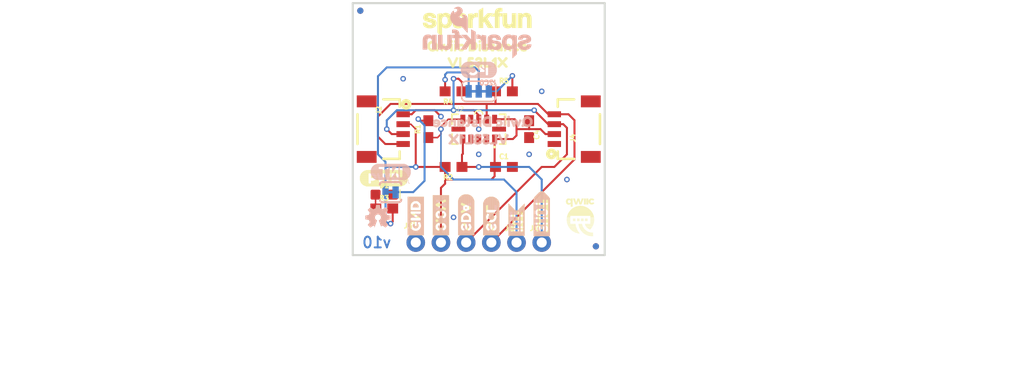
<source format=kicad_pcb>
(kicad_pcb (version 20211014) (generator pcbnew)
  (layers (0 "F.Cu" signal) (31 "B.Cu" signal) (34 "B.Paste" user) (35 "F.Paste" user) (36 "B.SilkS" user "B.Silkscreen") (37 "F.SilkS" user "F.Silkscreen") (38 "B.Mask" user) (39 "F.Mask" user) (44 "Edge.Cuts" user))
  (net 0 "")
  (net 1 "3.3V")
  (net 2 "GND")
  (net 3 "SCL")
  (net 4 "SDA")
  (net 5 "~{INT}")
  (net 6 "N$1")
  (net 7 "N$2")
  (net 8 "~{SHUT}")
  (net 9 "N$4")
  (net 10 "N$3")
  (footprint "boardEagle:#SHUT15" (layer "F.Cu") (at 154.8511 116.4336 90)
    (fp_text reference "U$8" hide)
    (fp_text value "" hide)
  )
  (footprint "boardEagle:SCL9" (layer "F.Cu") (at 149.7711 116.1796 90)
    (fp_text reference "U$26" hide)
    (fp_text value "" hide)
  )
  (footprint "boardEagle:1X01_NO_SILK" (layer "F.Cu") (at 152.3111 116.4336)
    (fp_text reference "J5" (at -1.27 -1.143) (layer "F.SilkS") (effects (font (size 0.48768 0.48768) (thickness 0.12192)) (justify left bottom)))
    (fp_text value "")
    (pad "1" thru_hole circle (at 0 0 90) (size 1.8796 1.8796) (drill 1.016) (layers *.Cu *.Mask) (net 5 "~{INT}"))
  )
  (footprint "boardEagle:3#3V2" (layer "F.Cu") (at 144.6911 116.1796 90)
    (fp_text reference "U$21" hide)
    (fp_text value "" hide)
  )
  (footprint "boardEagle:LED-0603" (layer "F.Cu") (at 138.9761 111.6076)
    (fp_text reference "D1" (at 0 -0.635) (layer "F.SilkS") (effects (font (size 0.48768 0.48768) (thickness 0.12192)) (justify bottom)))
    (fp_text value "RED")
    (pad "A" smd roundrect (at -0.877 0 270) (size 1 1) (layers "F.Cu" "F.Paste" "F.Mask") (roundrect_rratio 0.15) (net 10 "N$3"))
    (pad "C" smd roundrect (at 0.877 0 270) (size 1 1) (layers "F.Cu" "F.Paste" "F.Mask") (roundrect_rratio 0.15) (net 2 "GND"))
  )
  (footprint "boardEagle:0603" (layer "F.Cu") (at 143.4211 105.0036 90)
    (fp_text reference "R1" (at 0 -0.762 90) (layer "F.SilkS") (effects (font (size 0.48768 0.48768) (thickness 0.12192)) (justify bottom)))
    (fp_text value "10k")
    (pad "1" smd rect (at -0.85 0 90) (size 1.1 1) (layers "F.Cu" "F.Paste" "F.Mask") (net 5 "~{INT}"))
    (pad "2" smd rect (at 0.85 0 90) (size 1.1 1) (layers "F.Cu" "F.Paste" "F.Mask") (net 9 "N$4"))
  )
  (footprint "boardEagle:REVISION" (layer "F.Cu") (at 131.9911 129.1336)
    (fp_text reference "LOGO2" hide)
    (fp_text value "REVISION" hide)
  )
  (footprint "boardEagle:QWIIC-LOGO-SMALL" (layer "F.Cu") (at 158.6611 113.8936)
    (fp_text reference "U$13" hide)
    (fp_text value "" hide)
  )
  (footprint "boardEagle:SFE_LOGO_NAME_.1" (layer "F.Cu") (at 142.4051 96.1136)
    (fp_text reference "U$1" hide)
    (fp_text value "SFE_LOGO_NAME.1_INCH" hide)
  )
  (footprint "boardEagle:MICRO-FIDUCIAL" (layer "F.Cu") (at 136.5631 93.0656)
    (fp_text reference "JP6" hide)
    (fp_text value "FIDUCIALUFIDUCIAL" hide)
    (pad "1" smd roundrect (at 0 0) (size 0.635 0.635) (layers "F.Cu" "F.Mask") (roundrect_rratio 0.5))
  )
  (footprint "boardEagle:QWIIC_DISTANCE0" (layer "F.Cu") (at 142.4051 96.6216)
    (fp_text reference "U$19" hide)
    (fp_text value "" hide)
  )
  (footprint "boardEagle:INT#-[_" (layer "F.Cu") (at 152.3111 116.4336 90)
    (fp_text reference "U$7" hide)
    (fp_text value "" hide)
  )
  (footprint "boardEagle:SDA8" (layer "F.Cu") (at 147.2311 116.1796 90)
    (fp_text reference "U$27" hide)
    (fp_text value "" hide)
  )
  (footprint "boardEagle:VL53L1X" (layer "F.Cu") (at 148.5011 105.0036)
    (fp_text reference "U2" (at -2.45 -1.75) (layer "F.SilkS") (effects (font (size 0.46736 0.46736) (thickness 0.04064)) (justify left bottom)))
    (fp_text value "VL53L1X")
    (fp_poly (pts (xy 1.35 0.8) (xy 1.93 0.8) (xy 1.93 0.55) (xy 1.35 0.55)) (layer "F.Cu") (width 0) (fill solid))
    (pad "1" smd rect (at 1.6 1 90) (size 0.9 0.5) (layers "F.Cu" "F.Mask") (net 1 "3.3V"))
    (pad "2" smd rect (at 0.8 1 90) (size 0.9 0.5) (layers "F.Cu" "F.Mask") (net 2 "GND"))
    (pad "3" smd rect (at 0 1 90) (size 0.9 0.5) (layers "F.Cu" "F.Mask") (net 2 "GND"))
    (pad "4" smd rect (at -0.8 1 90) (size 0.9 0.5) (layers "F.Cu" "F.Mask") (net 2 "GND"))
    (pad "5" smd rect (at -1.6 1 90) (size 0.9 0.5) (layers "F.Cu" "F.Mask") (net 8 "~{SHUT}"))
    (pad "6" smd rect (at -2.05 0 180) (size 1.4 0.5) (layers "F.Cu" "F.Mask") (net 2 "GND"))
    (pad "7" smd rect (at -1.6 -1 270) (size 0.9 0.5) (layers "F.Cu" "F.Mask") (net 5 "~{INT}"))
    (pad "8" smd rect (at -0.8 -1 270) (size 0.9 0.5) (layers "F.Cu" "F.Mask"))
    (pad "9" smd rect (at 0 -1 270) (size 0.9 0.5) (layers "F.Cu" "F.Mask") (net 4 "SDA"))
    (pad "10" smd rect (at 0.8 -1 270) (size 0.9 0.5) (layers "F.Cu" "F.Mask") (net 3 "SCL"))
    (pad "11" smd rect (at 1.6 -1 270) (size 0.9 0.5) (layers "F.Cu" "F.Mask") (net 1 "3.3V"))
    (pad "12" smd rect (at 2.05 0) (size 1.4 0.5) (layers "F.Cu" "F.Mask") (net 2 "GND"))
  )
  (footprint "boardEagle:1X04_1MM_RA" (layer "F.Cu") (at 156.1211 105.0036 90)
    (fp_text reference "J4" (at -1.397 2.159 90) (layer "F.SilkS") (effects (font (size 0.48768 0.48768) (thickness 0.12192)) (justify left bottom)))
    (fp_text value "")
    (pad "1" smd rect (at -1.5 0 90) (size 0.6 1.35) (layers "F.Cu" "F.Paste" "F.Mask") (net 2 "GND"))
    (pad "2" smd rect (at -0.5 0 90) (size 0.6 1.35) (layers "F.Cu" "F.Paste" "F.Mask") (net 1 "3.3V"))
    (pad "3" smd rect (at 0.5 0 90) (size 0.6 1.35) (layers "F.Cu" "F.Paste" "F.Mask") (net 4 "SDA"))
    (pad "4" smd rect (at 1.5 0 90) (size 0.6 1.35) (layers "F.Cu" "F.Paste" "F.Mask") (net 3 "SCL"))
    (pad "NC1" smd rect (at 2.8 3.675 90) (size 1.2 2) (layers "F.Cu" "F.Paste" "F.Mask"))
    (pad "NC2" smd rect (at -2.8 3.675 90) (size 1.2 2) (layers "F.Cu" "F.Paste" "F.Mask"))
  )
  (footprint "boardEagle:STAND-OFF" (layer "F.Cu") (at 138.3411 94.8436)
    (fp_text reference "JP3" hide)
    (fp_text value "STAND-OFF" hide)
    (pad "" np_thru_hole circle (at 0 0) (size 3.302 3.302) (drill 3.302) (layers *.Cu *.Mask))
  )
  (footprint "boardEagle:0603" (layer "F.Cu") (at 138.9761 113.0046)
    (fp_text reference "R3" (at 0 -0.762) (layer "F.SilkS") (effects (font (size 0.48768 0.48768) (thickness 0.12192)) (justify bottom)))
    (fp_text value "1k")
    (pad "1" smd rect (at -0.85 0) (size 1.1 1) (layers "F.Cu" "F.Paste" "F.Mask") (net 10 "N$3"))
    (pad "2" smd rect (at 0.85 0) (size 1.1 1) (layers "F.Cu" "F.Paste" "F.Mask") (net 1 "3.3V"))
  )
  (footprint "boardEagle:0603" (layer "F.Cu") (at 145.9611 101.1936 180)
    (fp_text reference "R4" (at 0 -0.762 180) (layer "F.SilkS") (effects (font (size 0.48768 0.48768) (thickness 0.12192)) (justify right top)))
    (fp_text value "2.2k")
    (pad "1" smd rect (at -0.85 0 180) (size 1.1 1) (layers "F.Cu" "F.Paste" "F.Mask") (net 4 "SDA"))
    (pad "2" smd rect (at 0.85 0 180) (size 1.1 1) (layers "F.Cu" "F.Paste" "F.Mask") (net 7 "N$2"))
  )
  (footprint "boardEagle:VL53L1X1" (layer "F.Cu") (at 144.4371 98.2726)
    (fp_text reference "U$20" hide)
    (fp_text value "" hide)
  )
  (footprint "boardEagle:(PWR)" (layer "F.Cu") (at 136.4361 109.9566)
    (fp_text reference "U$10" hide)
    (fp_text value "" hide)
  )
  (footprint "boardEagle:0603" (layer "F.Cu") (at 153.5811 105.0036 -90)
    (fp_text reference "C4" (at 0 -0.762 90) (layer "F.SilkS") (effects (font (size 0.512064 0.512064) (thickness 0.097536)) (justify right)))
    (fp_text value "0.1uF")
    (pad "1" smd rect (at -0.85 0 270) (size 1.1 1) (layers "F.Cu" "F.Paste" "F.Mask") (net 1 "3.3V"))
    (pad "2" smd rect (at 0.85 0 270) (size 1.1 1) (layers "F.Cu" "F.Paste" "F.Mask") (net 2 "GND"))
  )
  (footprint "boardEagle:CREATIVE_COMMONS" (layer "F.Cu") (at 120.5611 126.5936)
    (fp_text reference "FRAME1" hide)
    (fp_text value "FRAME-LETTER" hide)
  )
  (footprint "boardEagle:0603" (layer "F.Cu") (at 151.0411 101.1936)
    (fp_text reference "R5" (at 0 -0.762) (layer "F.SilkS") (effects (font (size 0.48768 0.48768) (thickness 0.12192)) (justify bottom)))
    (fp_text value "2.2k")
    (pad "1" smd rect (at -0.85 0) (size 1.1 1) (layers "F.Cu" "F.Paste" "F.Mask") (net 3 "SCL"))
    (pad "2" smd rect (at 0.85 0) (size 1.1 1) (layers "F.Cu" "F.Paste" "F.Mask") (net 6 "N$1"))
  )
  (footprint "boardEagle:1X04_NO_SILK" (layer "F.Cu") (at 142.1511 116.4336)
    (fp_text reference "J3" (at -1.27 -1.397) (layer "F.SilkS") (effects (font (size 0.48768 0.48768) (thickness 0.12192)) (justify left bottom)))
    (fp_text value "PTH")
    (pad "1" thru_hole circle (at 0 0 90) (size 1.8796 1.8796) (drill 1.016) (layers *.Cu *.Mask) (net 2 "GND"))
    (pad "2" thru_hole circle (at 2.54 0 90) (size 1.8796 1.8796) (drill 1.016) (layers *.Cu *.Mask) (net 1 "3.3V"))
    (pad "3" thru_hole circle (at 5.08 0 90) (size 1.8796 1.8796) (drill 1.016) (layers *.Cu *.Mask) (net 4 "SDA"))
    (pad "4" thru_hole circle (at 7.62 0 90) (size 1.8796 1.8796) (drill 1.016) (layers *.Cu *.Mask) (net 3 "SCL"))
  )
  (footprint "boardEagle:1X01_NO_SILK" (layer "F.Cu") (at 154.8511 116.4336)
    (fp_text reference "J1" (at -1.27 -1.143) (layer "F.SilkS") (effects (font (size 0.48768 0.48768) (thickness 0.12192)) (justify left bottom)))
    (fp_text value "")
    (pad "1" thru_hole circle (at 0 0 90) (size 1.8796 1.8796) (drill 1.016) (layers *.Cu *.Mask) (net 8 "~{SHUT}"))
  )
  (footprint "boardEagle:STAND-OFF" (layer "F.Cu") (at 158.6611 94.8436)
    (fp_text reference "JP4" hide)
    (fp_text value "STAND-OFF" hide)
    (pad "" np_thru_hole circle (at 0 0) (size 3.302 3.302) (drill 3.302) (layers *.Cu *.Mask))
  )
  (footprint "boardEagle:0603" (layer "F.Cu") (at 145.9611 108.8136 180)
    (fp_text reference "R2" (at 0 -0.762 180) (layer "F.SilkS") (effects (font (size 0.48768 0.48768) (thickness 0.12192)) (justify right top)))
    (fp_text value "10k")
    (pad "1" smd rect (at -0.85 0 180) (size 1.1 1) (layers "F.Cu" "F.Paste" "F.Mask") (net 8 "~{SHUT}"))
    (pad "2" smd rect (at 0.85 0 180) (size 1.1 1) (layers "F.Cu" "F.Paste" "F.Mask") (net 1 "3.3V"))
  )
  (footprint "boardEagle:MICRO-FIDUCIAL" (layer "F.Cu") (at 160.3121 116.8146)
    (fp_text reference "JP2" hide)
    (fp_text value "FIDUCIALUFIDUCIAL" hide)
    (pad "1" smd roundrect (at 0 0) (size 0.635 0.635) (layers "F.Cu" "F.Mask") (roundrect_rratio 0.5))
  )
  (footprint "boardEagle:0603" (layer "F.Cu") (at 151.0411 108.8136)
    (fp_text reference "C1" (at 0 -0.762) (layer "F.SilkS") (effects (font (size 0.48768 0.48768) (thickness 0.12192)) (justify bottom)))
    (fp_text value "4.7uF")
    (pad "1" smd rect (at -0.85 0) (size 1.1 1) (layers "F.Cu" "F.Paste" "F.Mask") (net 1 "3.3V"))
    (pad "2" smd rect (at 0.85 0) (size 1.1 1) (layers "F.Cu" "F.Paste" "F.Mask") (net 2 "GND"))
  )
  (footprint "boardEagle:GND1" (layer "F.Cu") (at 142.1511 116.1796 90)
    (fp_text reference "U$22" hide)
    (fp_text value "" hide)
  )
  (footprint "boardEagle:1X04_1MM_RA" (layer "F.Cu") (at 140.8811 105.0036 -90)
    (fp_text reference "J2" (at -1.397 2.159 -90) (layer "F.SilkS") (effects (font (size 0.48768 0.48768) (thickness 0.12192)) (justify left bottom)))
    (fp_text value "")
    (pad "1" smd rect (at -1.5 0 270) (size 0.6 1.35) (layers "F.Cu" "F.Paste" "F.Mask") (net 2 "GND"))
    (pad "2" smd rect (at -0.5 0 270) (size 0.6 1.35) (layers "F.Cu" "F.Paste" "F.Mask") (net 1 "3.3V"))
    (pad "3" smd rect (at 0.5 0 270) (size 0.6 1.35) (layers "F.Cu" "F.Paste" "F.Mask") (net 4 "SDA"))
    (pad "4" smd rect (at 1.5 0 270) (size 0.6 1.35) (layers "F.Cu" "F.Paste" "F.Mask") (net 3 "SCL"))
    (pad "NC1" smd rect (at 2.8 3.675 270) (size 1.2 2) (layers "F.Cu" "F.Paste" "F.Mask"))
    (pad "NC2" smd rect (at -2.8 3.675 270) (size 1.2 2) (layers "F.Cu" "F.Paste" "F.Mask"))
  )
  (footprint "boardEagle:QWIIC_DISTANCE0" (layer "B.Cu") (at 154.8511 104.2416 180)
    (fp_text reference "U$15" hide)
    (fp_text value "" hide)
  )
  (footprint "boardEagle:GND1" (layer "B.Cu") (at 142.1511 116.1796 90)
    (fp_text reference "U$3" hide)
    (fp_text value "" hide)
  )
  (footprint "boardEagle:MICRO-FIDUCIAL" (layer "B.Cu") (at 160.3121 116.8146 180)
    (fp_text reference "JP5" hide)
    (fp_text value "FIDUCIALUFIDUCIAL" hide)
    (pad "1" smd roundrect (at 0 0 180) (size 0.635 0.635) (layers "B.Cu" "B.Mask") (roundrect_rratio 0.5))
  )
  (footprint "boardEagle:SDA8" (layer "B.Cu") (at 147.2311 116.1796 90)
    (fp_text reference "U$5" hide)
    (fp_text value "" hide)
  )
  (footprint "boardEagle:SCL9" (layer "B.Cu") (at 149.7711 116.1796 90)
    (fp_text reference "U$6" hide)
    (fp_text value "" hide)
  )
  (footprint "boardEagle:MICRO-FIDUCIAL" (layer "B.Cu") (at 136.5631 93.0656 180)
    (fp_text reference "JP1" hide)
    (fp_text value "FIDUCIALUFIDUCIAL" hide)
    (pad "1" smd roundrect (at 0 0 180) (size 0.635 0.635) (layers "B.Cu" "B.Mask") (roundrect_rratio 0.5))
  )
  (footprint "boardEagle:(INT)" (layer "B.Cu") (at 141.7701 109.3216 180)
    (fp_text reference "U$12" hide)
    (fp_text value "" hide)
  )
  (footprint "boardEagle:#SHUT15" (layer "B.Cu") (at 154.8511 116.4336 90)
    (fp_text reference "U$9" hide)
    (fp_text value "" hide)
  )
  (footprint "boardEagle:OSHW-LOGO-MINI" (layer "B.Cu") (at 138.3411 113.8936 180)
    (fp_text reference "LOGO1" hide)
    (fp_text value "OSHW-LOGOMINI" hide)
  )
  (footprint "boardEagle:(I_SUPER2_C)" (layer "B.Cu") (at 150.4061 99.0346 180)
    (fp_text reference "U$11" hide)
    (fp_text value "" hide)
  )
  (footprint "boardEagle:3#3V2" (layer "B.Cu") (at 144.6911 116.1796 90)
    (fp_text reference "U$4" hide)
    (fp_text value "" hide)
  )
  (footprint "boardEagle:SFE_LOGO_NAME_FLAME_.1" (layer "B.Cu") (at 154.2161 97.8916 180)
    (fp_text reference "U$2" hide)
    (fp_text value "SFE_LOGO_NAME_FLAME.1_INCH" hide)
  )
  (footprint "boardEagle:PAD-JUMPER-2-NC_BY_TRACE_YES_SILK" (layer "B.Cu") (at 139.6111 111.3536 180)
    (fp_text reference "JP9" (at -0.9525 1.27) (layer "B.SilkS") (effects (font (size 0.373888 0.373888) (thickness 0.032512)) (justify right top mirror)))
    (fp_text value "INT")
    (fp_line (start -0.381 0) (end 0.381 0) (layer "B.Cu") (width 0.254))
    (pad "1" smd rect (at -0.508 0 180) (size 0.635 1.27) (layers "B.Cu" "B.Mask") (net 9 "N$4"))
    (pad "2" smd rect (at 0.508 0 180) (size 0.635 1.27) (layers "B.Cu" "B.Mask") (net 1 "3.3V"))
  )
  (footprint "boardEagle:VL53L1X1" (layer "B.Cu") (at 152.4381 106.0196 180)
    (fp_text reference "U$16" hide)
    (fp_text value "" hide)
  )
  (footprint "boardEagle:SMT-JUMPER_3_2-NC_TRACE_SILK" (layer "B.Cu") (at 148.5011 101.1936 180)
    (fp_text reference "I2C0" (at 0 1.143) (layer "B.SilkS") (effects (font (size 0.48768 0.48768) (thickness 0.12192)) (justify right top mirror)))
    (fp_text value "")
    (fp_line (start 0 0) (end 1.016 0) (layer "B.Cu") (width 0.254))
    (fp_line (start 0 0) (end -1.016 0) (layer "B.Cu") (width 0.254))
    (pad "1" smd rect (at -1.016 0 180) (size 0.635 1.27) (layers "B.Cu" "B.Mask") (net 6 "N$1"))
    (pad "2" smd rect (at 0 0 180) (size 0.635 1.27) (layers "B.Cu" "B.Mask") (net 1 "3.3V"))
    (pad "3" smd rect (at 1.016 0 180) (size 0.635 1.27) (layers "B.Cu" "B.Mask") (net 7 "N$2"))
  )
  (footprint "boardEagle:INT#-[_" (layer "B.Cu") (at 152.3111 116.4336 90)
    (fp_text reference "U$14" hide)
    (fp_text value "" hide)
  )
  (gr_line (start 135.8011 92.3036) (end 161.2011 92.3036) (layer "Edge.Cuts") (width 0.2032))
  (gr_line (start 161.2011 92.3036) (end 161.2011 117.7036) (layer "Edge.Cuts") (width 0.2032))
  (gr_line (start 161.2011 117.7036) (end 135.8011 117.7036) (layer "Edge.Cuts") (width 0.2032))
  (gr_line (start 135.8011 117.7036) (end 135.8011 92.3036) (layer "Edge.Cuts") (width 0.2032))
  (gr_text "v10" (at 138.2141 116.4336) (layer "B.Cu") (effects (font (size 1.0795 1.0795) (thickness 0.1905)) (justify mirror)))
  (segment (start 150.1011 108.7236) (end 150.1911 108.8136) (width 0.1524) (layer "F.Cu") (net 1))
  (segment (start 153.5421 104.1926) (end 153.5811 104.2316) (width 0.1524) (layer "F.Cu") (net 1))
  (segment (start 153.5811 105.0036) (end 152.3111 105.0036) (width 0.2032) (layer "F.Cu") (net 1))
  (segment (start 152.3111 105.0036) (end 152.3111 104.1926) (width 0.2032) (layer "F.Cu") (net 1))
  (segment (start 150.1011 106.0036) (end 151.9461 106.0036) (width 0.2032) (layer "F.Cu") (net 1))
  (segment (start 154.7241 105.0036) (end 155.2241 105.5036) (width 0.2032) (layer "F.Cu") (net 1))
  (segment (start 144.6911 116.4336) (end 144.6911 110.9236) (width 0.2032) (layer "F.Cu") (net 1))
  (segment (start 145.1111 108.8136) (end 145.1111 110.0836) (width 0.2032) (layer "F.Cu") (net 1))
  (segment (start 150.1011 109.7536) (end 149.7711 110.0836) (width 0.2032) (layer "F.Cu") (net 1))
  (segment (start 150.1011 108.7236) (end 150.1011 109.7536) (width 0.2032) (layer "F.Cu") (net 1))
  (segment (start 140.8811 104.5036) (end 141.6511 104.5036) (width 0.1524) (layer "F.Cu") (net 1))
  (segment (start 142.1511 105.0036) (end 142.1511 108.8136) (width 0.2032) (layer "F.Cu") (net 1))
  (segment (start 150.1011 104.0036) (end 152.1221 104.0036) (width 0.2032) (layer "F.Cu") (net 1))
  (segment (start 149.7711 110.0836) (end 145.1111 110.0836) (width 0.2032) (layer "F.Cu") (net 1))
  (segment (start 150.1011 106.0036) (end 150.1011 108.7236) (width 0.2032) (layer "F.Cu") (net 1))
  (segment (start 144.6911 110.9236) (end 145.1111 110.5036) (width 0.2032) (layer "F.Cu") (net 1))
  (segment (start 156.1211 105.5036) (end 155.2241 105.5036) (width 0.2032) (layer "F.Cu") (net 1))
  (segment (start 139.8261 113.0046) (end 139.8261 114.3136) (width 0.2032) (layer "F.Cu") (net 1))
  (segment (start 145.1111 110.0836) (end 145.1111 110.5036) (width 0.2032) (layer "F.Cu") (net 1))
  (segment (start 154.7241 105.0036) (end 153.5811 105.0036) (width 0.2032) (layer "F.Cu") (net 1))
  (segment (start 152.1221 104.0036) (end 152.3111 104.1926) (width 0.2032) (layer "F.Cu") (net 1))
  (segment (start 151.9461 106.0036) (end 152.3111 105.6386) (width 0.2032) (layer "F.Cu") (net 1))
  (segment (start 139.8261 114.3136) (end 139.6111 114.5286) (width 0.2032) (layer "F.Cu") (net 1))
  (segment (start 142.1511 108.8136) (end 145.1111 108.8136) (width 0.2032) (layer "F.Cu") (net 1))
  (segment (start 152.3111 105.6386) (end 152.3111 105.0036) (width 0.2032) (layer "F.Cu") (net 1))
  (segment (start 153.5811 104.2316) (end 153.5811 105.0036) (width 0.2032) (layer "F.Cu") (net 1))
  (segment (start 141.6511 104.5036) (end 142.1511 105.0036) (width 0.1524) (layer "F.Cu") (net 1))
  (segment (start 153.5421 104.1926) (end 153.5811 104.1536) (width 0.1524) (layer "F.Cu") (net 1))
  (via (at 142.1511 108.8136) (size 0.5588) (drill 0.3048) (layers "F.Cu" "B.Cu") (net 1))
  (via (at 139.6111 114.5286) (size 0.5588) (drill 0.3048) (layers "F.Cu" "B.Cu") (net 1))
  (segment (start 148.5011 99.1616) (end 148.1201 98.7806) (width 0.2032) (layer "B.Cu") (net 1))
  (segment (start 139.6111 114.5286) (end 139.3571 114.5286) (width 0.2032) (layer "B.Cu") (net 1))
  (segment (start 139.1031 114.2746) (end 139.1031 111.3536) (width 0.2032) (layer "B.Cu") (net 1))
  (segment (start 139.2301 98.7806) (end 138.3411 99.6696) (width 0.2032) (layer "B.Cu") (net 1))
  (segment (start 139.1031 108.8136) (end 139.1031 108.3056) (width 0.2032) (layer "B.Cu") (net 1))
  (segment (start 139.3571 114.5286) (end 139.1031 114.2746) (width 0.2032) (layer "B.Cu") (net 1))
  (segment (start 139.1031 111.3536) (end 139.1031 108.8136) (width 0.2032) (layer "B.Cu") (net 1))
  (segment (start 139.1031 108.3056) (end 138.3411 107.5436) (width 0.2032) (layer "B.Cu") (net 1))
  (segment (start 148.1201 98.7806) (end 139.2301 98.7806) (width 0.2032) (layer "B.Cu") (net 1))
  (segment (start 142.1511 108.8136) (end 139.1031 108.8136) (width 0.2032) (layer "B.Cu") (net 1))
  (segment (start 148.5011 101.1936) (end 148.5011 99.1616) (width 0.2032) (layer "B.Cu") (net 1))
  (segment (start 138.3411 99.6696) (end 138.3411 107.5436) (width 0.2032) (layer "B.Cu") (net 1))
  (segment (start 141.7461 103.5036) (end 142.1511 103.0986) (width 0.2032) (layer "F.Cu") (net 2))
  (segment (start 142.1511 103.0986) (end 144.0561 103.0986) (width 0.2032) (layer "F.Cu") (net 2))
  (segment (start 144.0561 103.0986) (end 144.6911 103.7336) (width 0.2032) (layer "F.Cu") (net 2))
  (segment (start 140.8811 103.5036) (end 141.7461 103.5036) (width 0.2032) (layer "F.Cu") (net 2))
  (via (at 140.8811 99.9236) (size 0.5588) (drill 0.3048) (layers "F.Cu" "B.Cu") (net 2))
  (via (at 157.3911 110.0836) (size 0.5588) (drill 0.3048) (layers "F.Cu" "B.Cu") (net 2))
  (via (at 153.5811 107.5436) (size 0.5588) (drill 0.3048) (layers "F.Cu" "B.Cu") (net 2))
  (via (at 154.8511 101.1936) (size 0.5588) (drill 0.3048) (layers "F.Cu" "B.Cu") (net 2))
  (via (at 144.6911 103.7336) (size 0.5588) (drill 0.3048) (layers "F.Cu" "B.Cu") (net 2))
  (via (at 148.5011 107.5436) (size 0.5588) (drill 0.3048) (layers "F.Cu" "B.Cu") (net 2))
  (via (at 145.9611 113.8936) (size 0.5588) (drill 0.3048) (layers "F.Cu" "B.Cu") (net 2))
  (via (at 148.5011 105.0036) (size 0.5588) (drill 0.3048) (layers "F.Cu" "B.Cu") (net 2))
  (segment (start 150.1911 101.1936) (end 150.1911 102.4246) (width 0.2032) (layer "F.Cu") (net 3))
  (segment (start 156.1211 103.5036) (end 157.5421 103.5036) (width 0.2032) (layer "F.Cu") (net 3))
  (segment (start 156.1211 103.5036) (end 155.5101 103.5036) (width 0.1524) (layer "F.Cu") (net 3))
  (segment (start 150.1521 102.4636) (end 149.2631 102.4636) (width 0.2032) (layer "F.Cu") (net 3))
  (segment (start 138.3411 103.7336) (end 138.3411 105.7656) (width 0.2032) (layer "F.Cu") (net 3))
  (segment (start 155.5101 103.5036) (end 154.4701 102.4636) (width 0.2032) (layer "F.Cu") (net 3))
  (segment (start 140.8811 106.5036) (end 139.0791 106.5036) (width 0.2032) (layer "F.Cu") (net 3))
  (segment (start 149.3011 104.0036) (end 149.3011 102.5016) (width 0.2032) (layer "F.Cu") (net 3))
  (segment (start 138.3411 105.7656) (end 139.0791 106.5036) (width 0.2032) (layer "F.Cu") (net 3))
  (segment (start 149.3011 102.5016) (end 149.2631 102.4636) (width 0.1524) (layer "F.Cu") (net 3))
  (segment (start 139.6111 102.4636) (end 138.3411 103.7336) (width 0.2032) (layer "F.Cu") (net 3))
  (segment (start 158.1531 104.1146) (end 158.1531 108.0516) (width 0.2032) (layer "F.Cu") (net 3))
  (segment (start 154.4701 102.4636) (end 150.1521 102.4636) (width 0.2032) (layer "F.Cu") (net 3))
  (segment (start 150.1911 102.4246) (end 150.1521 102.4636) (width 0.1524) (layer "F.Cu") (net 3))
  (segment (start 149.2631 102.4636) (end 139.6111 102.4636) (width 0.2032) (layer "F.Cu") (net 3))
  (segment (start 157.5421 103.5036) (end 158.1531 104.1146) (width 0.2032) (layer "F.Cu") (net 3))
  (segment (start 149.7711 116.4336) (end 158.1531 108.0516) (width 0.2032) (layer "F.Cu") (net 3))
  (segment (start 157.3911 104.8766) (end 157.3911 107.5436) (width 0.2032) (layer "F.Cu") (net 4))
  (segment (start 156.1211 104.5036) (end 157.0181 104.5036) (width 0.2032) (layer "F.Cu") (net 4))
  (segment (start 139.7301 105.5036) (end 139.2301 105.0036) (width 0.2032) (layer "F.Cu") (net 4))
  (segment (start 154.8511 108.8136) (end 156.1211 108.8136) (width 0.2032) (layer "F.Cu") (net 4))
  (segment (start 146.8111 101.1936) (end 146.8111 100.2656) (width 0.2032) (layer "F.Cu") (net 4))
  (segment (start 148.5011 103.6066) (end 147.9931 103.0986) (width 0.2032) (layer "F.Cu") (net 4))
  (segment (start 157.0181 104.5036) (end 157.3911 104.8766) (width 0.2032) (layer "F.Cu") (net 4))
  (segment (start 147.2311 116.4336) (end 154.8511 108.8136) (width 0.2032) (layer "F.Cu") (net 4))
  (segment (start 146.4691 99.9236) (end 146.8111 100.2656) (width 0.2032) (layer "F.Cu") (net 4))
  (segment (start 140.8811 105.5036) (end 139.7301 105.5036) (width 0.2032) (layer "F.Cu") (net 4))
  (segment (start 156.1211 108.8136) (end 157.3911 107.5436) (width 0.2032) (layer "F.Cu") (net 4))
  (segment (start 147.9931 103.0986) (end 145.9611 103.0986) (width 0.2032) (layer "F.Cu") (net 4))
  (segment (start 156.1211 104.5036) (end 155.4941 104.5036) (width 0.2032) (layer "F.Cu") (net 4))
  (segment (start 148.5011 104.0036) (end 148.5011 103.6066) (width 0.1524) (layer "F.Cu") (net 4))
  (segment (start 146.4691 99.9236) (end 145.9611 99.9236) (width 0.2032) (layer "F.Cu") (net 4))
  (segment (start 155.4941 104.5036) (end 154.0891 103.0986) (width 0.2032) (layer "F.Cu") (net 4))
  (via (at 154.0891 103.0986) (size 0.5588) (drill 0.3048) (layers "F.Cu" "B.Cu") (net 4))
  (via (at 145.9611 99.9236) (size 0.5588) (drill 0.3048) (layers "F.Cu" "B.Cu") (net 4))
  (via (at 145.9611 103.0986) (size 0.5588) (drill 0.3048) (layers "F.Cu" "B.Cu") (net 4))
  (via (at 139.2301 105.0036) (size 0.5588) (drill 0.3048) (layers "F.Cu" "B.Cu") (net 4))
  (segment (start 145.9611 99.9236) (end 145.9611 103.0986) (width 0.2032) (layer "B.Cu") (net 4))
  (segment (start 145.9611 103.0986) (end 140.2461 103.0986) (width 0.2032) (layer "B.Cu") (net 4))
  (segment (start 139.2301 105.0036) (end 139.2301 104.1146) (width 0.2032) (layer "B.Cu") (net 4))
  (segment (start 140.2461 103.0986) (end 139.2301 104.1146) (width 0.2032) (layer "B.Cu") (net 4))
  (segment (start 154.0891 103.0986) (end 145.9611 103.0986) (width 0.2032) (layer "B.Cu") (net 4))
  (segment (start 144.3491 105.8536) (end 144.6911 105.5116) (width 0.1524) (layer "F.Cu") (net 5))
  (segment (start 143.4211 105.8536) (end 144.3491 105.8536) (width 0.1524) (layer "F.Cu") (net 5))
  (segment (start 145.4371 104.0036) (end 144.6911 104.7496) (width 0.1524) (layer "F.Cu") (net 5))
  (segment (start 144.6911 105.5116) (end 144.6911 105.0036) (width 0.1524) (layer "F.Cu") (net 5))
  (segment (start 144.6911 104.7496) (end 144.6911 105.0036) (width 0.1524) (layer "F.Cu") (net 5))
  (segment (start 146.9011 104.0036) (end 145.4371 104.0036) (width 0.1524) (layer "F.Cu") (net 5))
  (via (at 144.6911 105.0036) (size 0.5588) (drill 0.3048) (layers "F.Cu" "B.Cu") (net 5))
  (segment (start 152.3111 111.3536) (end 151.0411 110.0836) (width 0.2032) (layer "B.Cu") (net 5))
  (segment (start 144.6911 108.8136) (end 144.6911 105.0036) (width 0.1524) (layer "B.Cu") (net 5))
  (segment (start 145.9611 110.0836) (end 144.6911 108.8136) (width 0.2032) (layer "B.Cu") (net 5))
  (segment (start 152.3111 116.4336) (end 152.3111 111.3536) (width 0.2032) (layer "B.Cu") (net 5))
  (segment (start 151.0411 110.0836) (end 145.9611 110.0836) (width 0.2032) (layer "B.Cu") (net 5))
  (segment (start 151.8911 101.1936) (end 151.8911 99.6306) (width 0.2032) (layer "F.Cu") (net 6))
  (via (at 151.8911 99.6306) (size 0.5588) (drill 0.3048) (layers "F.Cu" "B.Cu") (net 6))
  (segment (start 149.5171 101.1936) (end 150.3281 101.1936) (width 0.1524) (layer "B.Cu") (net 6))
  (segment (start 150.3281 101.1936) (end 151.8911 99.6306) (width 0.2032) (layer "B.Cu") (net 6))
  (segment (start 145.1111 101.1936) (end 145.1111 100.0116) (width 0.2032) (layer "F.Cu") (net 7))
  (via (at 145.1111 100.0116) (size 0.5588) (drill 0.3048) (layers "F.Cu" "B.Cu") (net 7))
  (segment (start 147.4851 101.1936) (end 147.4851 99.5426) (width 0.2032) (layer "B.Cu") (net 7))
  (segment (start 145.1111 100.0116) (end 145.1111 99.5036) (width 0.2032) (layer "B.Cu") (net 7))
  (segment (start 147.4851 99.5426) (end 147.2311 99.2886) (width 0.2032) (layer "B.Cu") (net 7))
  (segment (start 147.2311 99.2886) (end 145.3261 99.2886) (width 0.2032) (layer "B.Cu") (net 7))
  (segment (start 145.3261 99.2886) (end 145.1111 99.5036) (width 0.2032) (layer "B.Cu") (net 7))
  (segment (start 146.8111 108.8136) (end 146.8111 107.5826) (width 0.2032) (layer "F.Cu") (net 8))
  (segment (start 146.9011 107.4926) (end 146.8111 107.5826) (width 0.2032) (layer "F.Cu") (net 8))
  (segment (start 146.8111 108.8136) (end 148.5011 108.8136) (width 0.2032) (layer "F.Cu") (net 8))
  (segment (start 146.9011 106.0036) (end 146.9011 107.4926) (width 0.2032) (layer "F.Cu") (net 8))
  (via (at 148.5011 108.8136) (size 0.5588) (drill 0.3048) (layers "F.Cu" "B.Cu") (net 8))
  (segment (start 153.5811 108.8136) (end 154.8511 110.0836) (width 0.2032) (layer "B.Cu") (net 8))
  (segment (start 154.8511 110.0836) (end 154.8511 116.4336) (width 0.2032) (layer "B.Cu") (net 8))
  (segment (start 148.5011 108.8136) (end 153.5811 108.8136) (width 0.2032) (layer "B.Cu") (net 8))
  (segment (start 143.4211 104.1536) (end 142.5711 104.1536) (width 0.2032) (layer "F.Cu") (net 9))
  (segment (start 142.5711 104.1536) (end 142.4051 103.9876) (width 0.2032) (layer "F.Cu") (net 9))
  (via (at 142.4051 103.9876) (size 0.5588) (drill 0.3048) (layers "F.Cu" "B.Cu") (net 9))
  (segment (start 140.1191 111.3536) (end 141.8971 111.3536) (width 0.2032) (layer "B.Cu") (net 9))
  (segment (start 143.0401 104.6226) (end 142.4051 103.9876) (width 0.2032) (layer "B.Cu") (net 9))
  (segment (start 141.8971 111.3536) (end 143.0401 110.2106) (width 0.2032) (layer "B.Cu") (net 9))
  (segment (start 142.6591 104.2416) (end 142.4051 103.9876) (width 0.1524) (layer "B.Cu") (net 9))
  (segment (start 143.0401 110.2106) (end 143.0401 104.6226) (width 0.2032) (layer "B.Cu") (net 9))
  (segment (start 138.0991 111.6076) (end 138.0991 112.9776) (width 0.1524) (layer "F.Cu") (net 10))
  (segment (start 138.0991 112.9776) (end 138.1261 113.0046) (width 0.1524) (layer "F.Cu") (net 10))
)
</source>
